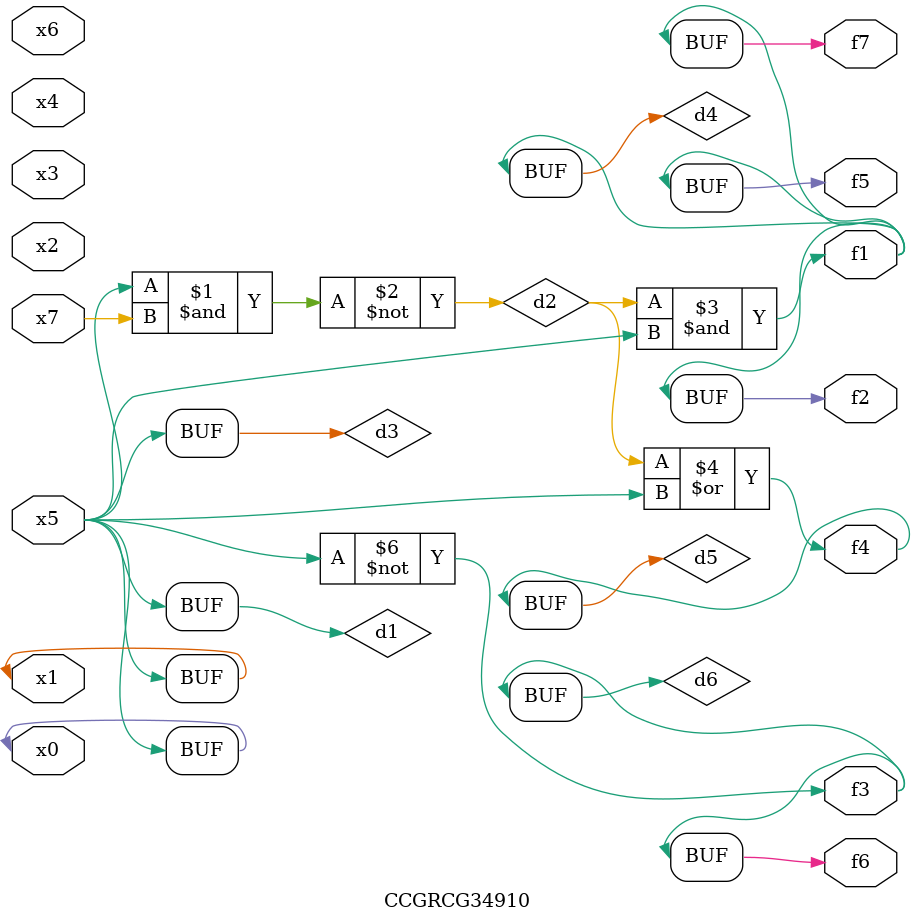
<source format=v>
module CCGRCG34910(
	input x0, x1, x2, x3, x4, x5, x6, x7,
	output f1, f2, f3, f4, f5, f6, f7
);

	wire d1, d2, d3, d4, d5, d6;

	buf (d1, x0, x5);
	nand (d2, x5, x7);
	buf (d3, x0, x1);
	and (d4, d2, d3);
	or (d5, d2, d3);
	nor (d6, d1, d3);
	assign f1 = d4;
	assign f2 = d4;
	assign f3 = d6;
	assign f4 = d5;
	assign f5 = d4;
	assign f6 = d6;
	assign f7 = d4;
endmodule

</source>
